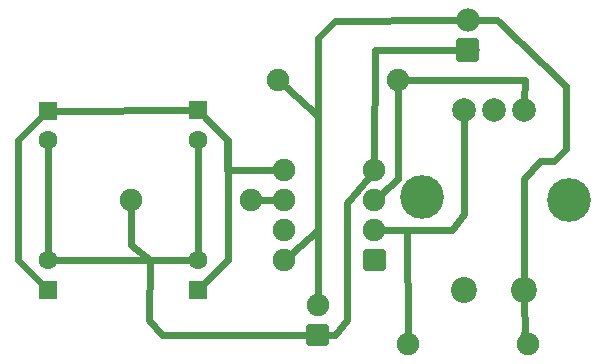
<source format=gbl>
G04 MADE WITH FRITZING*
G04 WWW.FRITZING.ORG*
G04 DOUBLE SIDED*
G04 HOLES PLATED*
G04 CONTOUR ON CENTER OF CONTOUR VECTOR*
%ASAXBY*%
%FSLAX23Y23*%
%MOIN*%
%OFA0B0*%
%SFA1.0B1.0*%
%ADD10C,0.070000*%
%ADD11C,0.086614*%
%ADD12C,0.078740*%
%ADD13C,0.075000*%
%ADD14C,0.145669*%
%ADD15C,0.062992*%
%ADD16C,0.078000*%
%ADD17R,0.062992X0.062992*%
%ADD18C,0.024000*%
%ADD19C,0.020000*%
%ADD20R,0.001000X0.001000*%
%LNCOPPER0*%
G90*
G70*
G54D10*
X1739Y1057D03*
X1639Y1057D03*
X1539Y1057D03*
X1739Y457D03*
X1539Y457D03*
G54D11*
X1739Y457D03*
X1539Y457D03*
G54D12*
X1539Y1057D03*
X1639Y1057D03*
X1739Y1057D03*
G54D13*
X919Y1157D03*
X1319Y1157D03*
X1750Y277D03*
X1350Y277D03*
X829Y757D03*
X429Y757D03*
G54D14*
X1399Y767D03*
X1889Y757D03*
G54D13*
X1050Y307D03*
X1050Y407D03*
G54D15*
X650Y458D03*
X650Y557D03*
X650Y458D03*
X650Y557D03*
X150Y458D03*
X150Y557D03*
X150Y458D03*
X150Y557D03*
X651Y1056D03*
X651Y958D03*
X651Y1056D03*
X651Y958D03*
X150Y1055D03*
X150Y957D03*
X150Y1055D03*
X150Y957D03*
G54D13*
X1239Y557D03*
X939Y557D03*
X1239Y657D03*
X939Y657D03*
X1239Y757D03*
X939Y757D03*
X1239Y857D03*
X939Y857D03*
G54D16*
X1550Y1257D03*
X1550Y1357D03*
G54D17*
X650Y458D03*
X650Y458D03*
X150Y458D03*
X150Y458D03*
X651Y1056D03*
X651Y1056D03*
X150Y1055D03*
X150Y1055D03*
G54D18*
X1109Y307D02*
X1149Y357D01*
D02*
X1149Y357D02*
X1149Y747D01*
D02*
X1149Y747D02*
X1221Y835D01*
D02*
X1078Y307D02*
X1109Y307D01*
D02*
X624Y1056D02*
X176Y1055D01*
D02*
X749Y958D02*
X749Y858D01*
D02*
X749Y858D02*
X910Y857D01*
D02*
X670Y1037D02*
X749Y958D01*
D02*
X1050Y656D02*
X960Y576D01*
D02*
X1050Y1037D02*
X1050Y656D01*
D02*
X940Y1138D02*
X1050Y1037D01*
D02*
X1319Y1007D02*
X1319Y1129D01*
D02*
X1319Y827D02*
X1319Y1007D01*
D02*
X1261Y776D02*
X1319Y827D01*
D02*
X1500Y1158D02*
X1348Y1157D01*
D02*
X1740Y1158D02*
X1500Y1158D01*
D02*
X1739Y1083D02*
X1740Y1158D01*
D02*
X1739Y828D02*
X1739Y483D01*
D02*
X1837Y888D02*
X1790Y888D01*
D02*
X1879Y927D02*
X1837Y888D01*
D02*
X1790Y888D02*
X1739Y828D01*
D02*
X1879Y1138D02*
X1879Y927D01*
D02*
X1648Y1357D02*
X1879Y1138D01*
D02*
X1580Y1357D02*
X1648Y1357D01*
D02*
X1740Y307D02*
X1739Y431D01*
D02*
X1738Y315D02*
X1740Y307D01*
D02*
X1499Y657D02*
X1268Y657D01*
D02*
X1539Y709D02*
X1499Y657D01*
D02*
X1539Y1031D02*
X1539Y709D01*
D02*
X1349Y656D02*
X1350Y306D01*
D02*
X1268Y657D02*
X1349Y656D01*
D02*
X429Y608D02*
X429Y729D01*
D02*
X490Y557D02*
X429Y608D01*
D02*
X623Y557D02*
X490Y557D01*
D02*
X910Y757D02*
X858Y757D01*
D02*
X1050Y656D02*
X1050Y436D01*
D02*
X960Y576D02*
X1050Y656D01*
D02*
X623Y557D02*
X490Y557D01*
D02*
X489Y358D02*
X530Y308D01*
D02*
X490Y557D02*
X489Y358D01*
D02*
X530Y308D02*
X1021Y307D01*
D02*
X51Y958D02*
X51Y558D01*
D02*
X51Y558D02*
X131Y478D01*
D02*
X130Y1036D02*
X51Y958D01*
D02*
X1050Y656D02*
X960Y576D01*
D02*
X1050Y1297D02*
X1050Y656D01*
D02*
X751Y558D02*
X669Y477D01*
D02*
X750Y956D02*
X751Y558D01*
D02*
X670Y1037D02*
X750Y956D01*
D02*
X1239Y886D02*
X1240Y1258D01*
D02*
X651Y931D02*
X650Y584D01*
D02*
X150Y930D02*
X150Y584D01*
D02*
X623Y557D02*
X176Y557D01*
D02*
X1050Y1297D02*
X1106Y1355D01*
D02*
X1106Y1355D02*
X1473Y1358D01*
D02*
X750Y956D02*
X748Y859D01*
D02*
X1519Y1358D02*
X1473Y1358D01*
D02*
X1240Y1258D02*
X1519Y1257D01*
G54D19*
X1022Y334D02*
X1077Y334D01*
X1077Y279D01*
X1022Y279D01*
X1022Y334D01*
D02*
X1211Y530D02*
X1211Y585D01*
X1266Y585D01*
X1266Y530D01*
X1211Y530D01*
D02*
X1521Y1228D02*
X1521Y1286D01*
X1579Y1286D01*
X1579Y1228D01*
X1521Y1228D01*
D02*
G54D20*
X1533Y1092D02*
X1543Y1092D01*
X1633Y1092D02*
X1642Y1092D01*
X1733Y1092D02*
X1742Y1092D01*
X1529Y1091D02*
X1546Y1091D01*
X1629Y1091D02*
X1646Y1091D01*
X1729Y1091D02*
X1746Y1091D01*
X1526Y1090D02*
X1549Y1090D01*
X1626Y1090D02*
X1649Y1090D01*
X1726Y1090D02*
X1749Y1090D01*
X1524Y1089D02*
X1551Y1089D01*
X1624Y1089D02*
X1651Y1089D01*
X1724Y1089D02*
X1751Y1089D01*
X1522Y1088D02*
X1553Y1088D01*
X1622Y1088D02*
X1653Y1088D01*
X1722Y1088D02*
X1753Y1088D01*
X1521Y1087D02*
X1555Y1087D01*
X1620Y1087D02*
X1655Y1087D01*
X1720Y1087D02*
X1755Y1087D01*
X1519Y1086D02*
X1556Y1086D01*
X1619Y1086D02*
X1656Y1086D01*
X1719Y1086D02*
X1756Y1086D01*
X1518Y1085D02*
X1558Y1085D01*
X1618Y1085D02*
X1658Y1085D01*
X1718Y1085D02*
X1758Y1085D01*
X1516Y1084D02*
X1559Y1084D01*
X1616Y1084D02*
X1659Y1084D01*
X1716Y1084D02*
X1759Y1084D01*
X1515Y1083D02*
X1560Y1083D01*
X1615Y1083D02*
X1660Y1083D01*
X1715Y1083D02*
X1760Y1083D01*
X1514Y1082D02*
X1561Y1082D01*
X1614Y1082D02*
X1661Y1082D01*
X1714Y1082D02*
X1761Y1082D01*
X1513Y1081D02*
X1562Y1081D01*
X1613Y1081D02*
X1662Y1081D01*
X1713Y1081D02*
X1762Y1081D01*
X1512Y1080D02*
X1563Y1080D01*
X1612Y1080D02*
X1663Y1080D01*
X1712Y1080D02*
X1763Y1080D01*
X1512Y1079D02*
X1564Y1079D01*
X1611Y1079D02*
X1664Y1079D01*
X1711Y1079D02*
X1764Y1079D01*
X1511Y1078D02*
X1565Y1078D01*
X1611Y1078D02*
X1665Y1078D01*
X1711Y1078D02*
X1765Y1078D01*
X1510Y1077D02*
X1565Y1077D01*
X1610Y1077D02*
X1665Y1077D01*
X1710Y1077D02*
X1765Y1077D01*
X1509Y1076D02*
X1566Y1076D01*
X1609Y1076D02*
X1666Y1076D01*
X1709Y1076D02*
X1766Y1076D01*
X1509Y1075D02*
X1567Y1075D01*
X1609Y1075D02*
X1667Y1075D01*
X1708Y1075D02*
X1767Y1075D01*
X1508Y1074D02*
X1567Y1074D01*
X1608Y1074D02*
X1667Y1074D01*
X1708Y1074D02*
X1767Y1074D01*
X1507Y1073D02*
X1568Y1073D01*
X1607Y1073D02*
X1668Y1073D01*
X1707Y1073D02*
X1768Y1073D01*
X1507Y1072D02*
X1533Y1072D01*
X1543Y1072D02*
X1569Y1072D01*
X1607Y1072D02*
X1632Y1072D01*
X1643Y1072D02*
X1668Y1072D01*
X1707Y1072D02*
X1732Y1072D01*
X1743Y1072D02*
X1768Y1072D01*
X1506Y1071D02*
X1530Y1071D01*
X1546Y1071D02*
X1569Y1071D01*
X1606Y1071D02*
X1629Y1071D01*
X1646Y1071D02*
X1669Y1071D01*
X1706Y1071D02*
X1729Y1071D01*
X1746Y1071D02*
X1769Y1071D01*
X1506Y1070D02*
X1528Y1070D01*
X1548Y1070D02*
X1569Y1070D01*
X1606Y1070D02*
X1628Y1070D01*
X1648Y1070D02*
X1669Y1070D01*
X1706Y1070D02*
X1728Y1070D01*
X1748Y1070D02*
X1769Y1070D01*
X1506Y1069D02*
X1527Y1069D01*
X1549Y1069D02*
X1570Y1069D01*
X1605Y1069D02*
X1626Y1069D01*
X1649Y1069D02*
X1670Y1069D01*
X1705Y1069D02*
X1726Y1069D01*
X1749Y1069D02*
X1770Y1069D01*
X1505Y1068D02*
X1526Y1068D01*
X1550Y1068D02*
X1570Y1068D01*
X1605Y1068D02*
X1625Y1068D01*
X1650Y1068D02*
X1670Y1068D01*
X1705Y1068D02*
X1725Y1068D01*
X1750Y1068D02*
X1770Y1068D01*
X1505Y1067D02*
X1525Y1067D01*
X1551Y1067D02*
X1571Y1067D01*
X1605Y1067D02*
X1625Y1067D01*
X1651Y1067D02*
X1671Y1067D01*
X1705Y1067D02*
X1725Y1067D01*
X1751Y1067D02*
X1771Y1067D01*
X1504Y1066D02*
X1524Y1066D01*
X1551Y1066D02*
X1571Y1066D01*
X1604Y1066D02*
X1624Y1066D01*
X1651Y1066D02*
X1671Y1066D01*
X1704Y1066D02*
X1724Y1066D01*
X1751Y1066D02*
X1771Y1066D01*
X1504Y1065D02*
X1524Y1065D01*
X1552Y1065D02*
X1571Y1065D01*
X1604Y1065D02*
X1624Y1065D01*
X1652Y1065D02*
X1671Y1065D01*
X1704Y1065D02*
X1724Y1065D01*
X1752Y1065D02*
X1771Y1065D01*
X1504Y1064D02*
X1523Y1064D01*
X1552Y1064D02*
X1571Y1064D01*
X1604Y1064D02*
X1623Y1064D01*
X1652Y1064D02*
X1671Y1064D01*
X1704Y1064D02*
X1723Y1064D01*
X1752Y1064D02*
X1771Y1064D01*
X1504Y1063D02*
X1523Y1063D01*
X1552Y1063D02*
X1572Y1063D01*
X1604Y1063D02*
X1623Y1063D01*
X1652Y1063D02*
X1672Y1063D01*
X1704Y1063D02*
X1723Y1063D01*
X1752Y1063D02*
X1772Y1063D01*
X1504Y1062D02*
X1523Y1062D01*
X1553Y1062D02*
X1572Y1062D01*
X1604Y1062D02*
X1623Y1062D01*
X1653Y1062D02*
X1672Y1062D01*
X1703Y1062D02*
X1723Y1062D01*
X1753Y1062D02*
X1772Y1062D01*
X1503Y1061D02*
X1522Y1061D01*
X1553Y1061D02*
X1572Y1061D01*
X1603Y1061D02*
X1622Y1061D01*
X1653Y1061D02*
X1672Y1061D01*
X1703Y1061D02*
X1722Y1061D01*
X1753Y1061D02*
X1772Y1061D01*
X1503Y1060D02*
X1522Y1060D01*
X1553Y1060D02*
X1572Y1060D01*
X1603Y1060D02*
X1622Y1060D01*
X1653Y1060D02*
X1672Y1060D01*
X1703Y1060D02*
X1722Y1060D01*
X1753Y1060D02*
X1772Y1060D01*
X1503Y1059D02*
X1522Y1059D01*
X1553Y1059D02*
X1572Y1059D01*
X1603Y1059D02*
X1622Y1059D01*
X1653Y1059D02*
X1672Y1059D01*
X1703Y1059D02*
X1722Y1059D01*
X1753Y1059D02*
X1772Y1059D01*
X1503Y1058D02*
X1522Y1058D01*
X1553Y1058D02*
X1572Y1058D01*
X1603Y1058D02*
X1622Y1058D01*
X1653Y1058D02*
X1672Y1058D01*
X1703Y1058D02*
X1722Y1058D01*
X1753Y1058D02*
X1772Y1058D01*
X1503Y1057D02*
X1522Y1057D01*
X1553Y1057D02*
X1572Y1057D01*
X1603Y1057D02*
X1622Y1057D01*
X1653Y1057D02*
X1672Y1057D01*
X1703Y1057D02*
X1722Y1057D01*
X1753Y1057D02*
X1772Y1057D01*
X1503Y1056D02*
X1522Y1056D01*
X1553Y1056D02*
X1572Y1056D01*
X1603Y1056D02*
X1622Y1056D01*
X1653Y1056D02*
X1672Y1056D01*
X1703Y1056D02*
X1722Y1056D01*
X1753Y1056D02*
X1772Y1056D01*
X1503Y1055D02*
X1522Y1055D01*
X1553Y1055D02*
X1572Y1055D01*
X1603Y1055D02*
X1622Y1055D01*
X1653Y1055D02*
X1672Y1055D01*
X1703Y1055D02*
X1722Y1055D01*
X1753Y1055D02*
X1772Y1055D01*
X1503Y1054D02*
X1522Y1054D01*
X1553Y1054D02*
X1572Y1054D01*
X1603Y1054D02*
X1622Y1054D01*
X1653Y1054D02*
X1672Y1054D01*
X1703Y1054D02*
X1722Y1054D01*
X1753Y1054D02*
X1772Y1054D01*
X1504Y1053D02*
X1523Y1053D01*
X1553Y1053D02*
X1572Y1053D01*
X1604Y1053D02*
X1623Y1053D01*
X1653Y1053D02*
X1672Y1053D01*
X1703Y1053D02*
X1723Y1053D01*
X1753Y1053D02*
X1772Y1053D01*
X1504Y1052D02*
X1523Y1052D01*
X1552Y1052D02*
X1572Y1052D01*
X1604Y1052D02*
X1623Y1052D01*
X1652Y1052D02*
X1672Y1052D01*
X1704Y1052D02*
X1723Y1052D01*
X1752Y1052D02*
X1772Y1052D01*
X1504Y1051D02*
X1523Y1051D01*
X1552Y1051D02*
X1571Y1051D01*
X1604Y1051D02*
X1623Y1051D01*
X1652Y1051D02*
X1671Y1051D01*
X1704Y1051D02*
X1723Y1051D01*
X1752Y1051D02*
X1771Y1051D01*
X1504Y1050D02*
X1524Y1050D01*
X1552Y1050D02*
X1571Y1050D01*
X1604Y1050D02*
X1624Y1050D01*
X1652Y1050D02*
X1671Y1050D01*
X1704Y1050D02*
X1724Y1050D01*
X1752Y1050D02*
X1771Y1050D01*
X1504Y1049D02*
X1524Y1049D01*
X1551Y1049D02*
X1571Y1049D01*
X1604Y1049D02*
X1624Y1049D01*
X1651Y1049D02*
X1671Y1049D01*
X1704Y1049D02*
X1724Y1049D01*
X1751Y1049D02*
X1771Y1049D01*
X1505Y1048D02*
X1525Y1048D01*
X1551Y1048D02*
X1571Y1048D01*
X1605Y1048D02*
X1625Y1048D01*
X1651Y1048D02*
X1671Y1048D01*
X1705Y1048D02*
X1725Y1048D01*
X1751Y1048D02*
X1771Y1048D01*
X1505Y1047D02*
X1526Y1047D01*
X1550Y1047D02*
X1570Y1047D01*
X1605Y1047D02*
X1625Y1047D01*
X1650Y1047D02*
X1670Y1047D01*
X1705Y1047D02*
X1725Y1047D01*
X1750Y1047D02*
X1770Y1047D01*
X1506Y1046D02*
X1527Y1046D01*
X1549Y1046D02*
X1570Y1046D01*
X1605Y1046D02*
X1626Y1046D01*
X1649Y1046D02*
X1670Y1046D01*
X1705Y1046D02*
X1726Y1046D01*
X1749Y1046D02*
X1770Y1046D01*
X1506Y1045D02*
X1528Y1045D01*
X1548Y1045D02*
X1569Y1045D01*
X1606Y1045D02*
X1628Y1045D01*
X1648Y1045D02*
X1669Y1045D01*
X1706Y1045D02*
X1728Y1045D01*
X1748Y1045D02*
X1769Y1045D01*
X1506Y1044D02*
X1530Y1044D01*
X1546Y1044D02*
X1569Y1044D01*
X1606Y1044D02*
X1630Y1044D01*
X1646Y1044D02*
X1669Y1044D01*
X1706Y1044D02*
X1729Y1044D01*
X1746Y1044D02*
X1769Y1044D01*
X1507Y1043D02*
X1533Y1043D01*
X1543Y1043D02*
X1569Y1043D01*
X1607Y1043D02*
X1633Y1043D01*
X1643Y1043D02*
X1668Y1043D01*
X1707Y1043D02*
X1732Y1043D01*
X1743Y1043D02*
X1768Y1043D01*
X1507Y1042D02*
X1568Y1042D01*
X1607Y1042D02*
X1668Y1042D01*
X1707Y1042D02*
X1768Y1042D01*
X1508Y1041D02*
X1567Y1041D01*
X1608Y1041D02*
X1667Y1041D01*
X1708Y1041D02*
X1767Y1041D01*
X1509Y1040D02*
X1567Y1040D01*
X1609Y1040D02*
X1667Y1040D01*
X1708Y1040D02*
X1767Y1040D01*
X1509Y1039D02*
X1566Y1039D01*
X1609Y1039D02*
X1666Y1039D01*
X1709Y1039D02*
X1766Y1039D01*
X1510Y1038D02*
X1565Y1038D01*
X1610Y1038D02*
X1665Y1038D01*
X1710Y1038D02*
X1765Y1038D01*
X1511Y1037D02*
X1565Y1037D01*
X1611Y1037D02*
X1665Y1037D01*
X1711Y1037D02*
X1765Y1037D01*
X1512Y1036D02*
X1564Y1036D01*
X1611Y1036D02*
X1664Y1036D01*
X1711Y1036D02*
X1764Y1036D01*
X1512Y1035D02*
X1563Y1035D01*
X1612Y1035D02*
X1663Y1035D01*
X1712Y1035D02*
X1763Y1035D01*
X1513Y1034D02*
X1562Y1034D01*
X1613Y1034D02*
X1662Y1034D01*
X1713Y1034D02*
X1762Y1034D01*
X1514Y1033D02*
X1561Y1033D01*
X1614Y1033D02*
X1661Y1033D01*
X1714Y1033D02*
X1761Y1033D01*
X1515Y1032D02*
X1560Y1032D01*
X1615Y1032D02*
X1660Y1032D01*
X1715Y1032D02*
X1760Y1032D01*
X1516Y1031D02*
X1559Y1031D01*
X1616Y1031D02*
X1659Y1031D01*
X1716Y1031D02*
X1759Y1031D01*
X1518Y1030D02*
X1558Y1030D01*
X1618Y1030D02*
X1658Y1030D01*
X1718Y1030D02*
X1758Y1030D01*
X1519Y1029D02*
X1556Y1029D01*
X1619Y1029D02*
X1656Y1029D01*
X1719Y1029D02*
X1756Y1029D01*
X1521Y1028D02*
X1555Y1028D01*
X1620Y1028D02*
X1655Y1028D01*
X1720Y1028D02*
X1755Y1028D01*
X1522Y1027D02*
X1553Y1027D01*
X1622Y1027D02*
X1653Y1027D01*
X1722Y1027D02*
X1753Y1027D01*
X1524Y1026D02*
X1551Y1026D01*
X1624Y1026D02*
X1651Y1026D01*
X1724Y1026D02*
X1751Y1026D01*
X1526Y1025D02*
X1549Y1025D01*
X1626Y1025D02*
X1649Y1025D01*
X1726Y1025D02*
X1749Y1025D01*
X1529Y1024D02*
X1546Y1024D01*
X1629Y1024D02*
X1646Y1024D01*
X1729Y1024D02*
X1746Y1024D01*
X1533Y1023D02*
X1543Y1023D01*
X1633Y1023D02*
X1642Y1023D01*
X1733Y1023D02*
X1742Y1023D01*
X1532Y492D02*
X1544Y492D01*
X1732Y492D02*
X1743Y492D01*
X1528Y491D02*
X1547Y491D01*
X1728Y491D02*
X1747Y491D01*
X1526Y490D02*
X1550Y490D01*
X1726Y490D02*
X1750Y490D01*
X1524Y489D02*
X1552Y489D01*
X1723Y489D02*
X1752Y489D01*
X1522Y488D02*
X1554Y488D01*
X1722Y488D02*
X1754Y488D01*
X1520Y487D02*
X1555Y487D01*
X1720Y487D02*
X1755Y487D01*
X1519Y486D02*
X1557Y486D01*
X1719Y486D02*
X1757Y486D01*
X1517Y485D02*
X1558Y485D01*
X1717Y485D02*
X1758Y485D01*
X1516Y484D02*
X1559Y484D01*
X1716Y484D02*
X1759Y484D01*
X1515Y483D02*
X1560Y483D01*
X1715Y483D02*
X1760Y483D01*
X1514Y482D02*
X1561Y482D01*
X1714Y482D02*
X1761Y482D01*
X1513Y481D02*
X1562Y481D01*
X1713Y481D02*
X1762Y481D01*
X1512Y480D02*
X1563Y480D01*
X1712Y480D02*
X1763Y480D01*
X1511Y479D02*
X1564Y479D01*
X1711Y479D02*
X1764Y479D01*
X1511Y478D02*
X1565Y478D01*
X1710Y478D02*
X1765Y478D01*
X1510Y477D02*
X1566Y477D01*
X1710Y477D02*
X1766Y477D01*
X1509Y476D02*
X1566Y476D01*
X1709Y476D02*
X1766Y476D01*
X1508Y475D02*
X1567Y475D01*
X1708Y475D02*
X1767Y475D01*
X1508Y474D02*
X1568Y474D01*
X1708Y474D02*
X1767Y474D01*
X1507Y473D02*
X1568Y473D01*
X1707Y473D02*
X1768Y473D01*
X1507Y472D02*
X1532Y472D01*
X1544Y472D02*
X1569Y472D01*
X1707Y472D02*
X1732Y472D01*
X1744Y472D02*
X1769Y472D01*
X1506Y471D02*
X1529Y471D01*
X1546Y471D02*
X1569Y471D01*
X1706Y471D02*
X1729Y471D01*
X1746Y471D02*
X1769Y471D01*
X1506Y470D02*
X1527Y470D01*
X1548Y470D02*
X1570Y470D01*
X1706Y470D02*
X1727Y470D01*
X1748Y470D02*
X1769Y470D01*
X1505Y469D02*
X1526Y469D01*
X1549Y469D02*
X1570Y469D01*
X1705Y469D02*
X1726Y469D01*
X1749Y469D02*
X1770Y469D01*
X1505Y468D02*
X1525Y468D01*
X1550Y468D02*
X1570Y468D01*
X1705Y468D02*
X1725Y468D01*
X1750Y468D02*
X1770Y468D01*
X1505Y467D02*
X1525Y467D01*
X1551Y467D02*
X1571Y467D01*
X1705Y467D02*
X1725Y467D01*
X1751Y467D02*
X1771Y467D01*
X1504Y466D02*
X1524Y466D01*
X1551Y466D02*
X1571Y466D01*
X1704Y466D02*
X1724Y466D01*
X1751Y466D02*
X1771Y466D01*
X1504Y465D02*
X1524Y465D01*
X1552Y465D02*
X1571Y465D01*
X1704Y465D02*
X1723Y465D01*
X1752Y465D02*
X1771Y465D01*
X1504Y464D02*
X1523Y464D01*
X1552Y464D02*
X1572Y464D01*
X1704Y464D02*
X1723Y464D01*
X1752Y464D02*
X1771Y464D01*
X1504Y463D02*
X1523Y463D01*
X1553Y463D02*
X1572Y463D01*
X1704Y463D02*
X1723Y463D01*
X1752Y463D02*
X1772Y463D01*
X1504Y462D02*
X1523Y462D01*
X1553Y462D02*
X1572Y462D01*
X1703Y462D02*
X1723Y462D01*
X1753Y462D02*
X1772Y462D01*
X1503Y461D02*
X1522Y461D01*
X1553Y461D02*
X1572Y461D01*
X1703Y461D02*
X1722Y461D01*
X1753Y461D02*
X1772Y461D01*
X1503Y460D02*
X1522Y460D01*
X1553Y460D02*
X1572Y460D01*
X1703Y460D02*
X1722Y460D01*
X1753Y460D02*
X1772Y460D01*
X1503Y459D02*
X1522Y459D01*
X1553Y459D02*
X1572Y459D01*
X1703Y459D02*
X1722Y459D01*
X1753Y459D02*
X1772Y459D01*
X1503Y458D02*
X1522Y458D01*
X1553Y458D02*
X1572Y458D01*
X1703Y458D02*
X1722Y458D01*
X1753Y458D02*
X1772Y458D01*
X1503Y457D02*
X1522Y457D01*
X1553Y457D02*
X1572Y457D01*
X1703Y457D02*
X1722Y457D01*
X1753Y457D02*
X1772Y457D01*
X1503Y456D02*
X1522Y456D01*
X1553Y456D02*
X1572Y456D01*
X1703Y456D02*
X1722Y456D01*
X1753Y456D02*
X1772Y456D01*
X1503Y455D02*
X1522Y455D01*
X1553Y455D02*
X1572Y455D01*
X1703Y455D02*
X1722Y455D01*
X1753Y455D02*
X1772Y455D01*
X1503Y454D02*
X1523Y454D01*
X1553Y454D02*
X1572Y454D01*
X1703Y454D02*
X1722Y454D01*
X1753Y454D02*
X1772Y454D01*
X1504Y453D02*
X1523Y453D01*
X1553Y453D02*
X1572Y453D01*
X1704Y453D02*
X1723Y453D01*
X1753Y453D02*
X1772Y453D01*
X1504Y452D02*
X1523Y452D01*
X1552Y452D02*
X1572Y452D01*
X1704Y452D02*
X1723Y452D01*
X1752Y452D02*
X1772Y452D01*
X1504Y451D02*
X1523Y451D01*
X1552Y451D02*
X1571Y451D01*
X1704Y451D02*
X1723Y451D01*
X1752Y451D02*
X1771Y451D01*
X1504Y450D02*
X1524Y450D01*
X1552Y450D02*
X1571Y450D01*
X1704Y450D02*
X1724Y450D01*
X1752Y450D02*
X1771Y450D01*
X1505Y449D02*
X1524Y449D01*
X1551Y449D02*
X1571Y449D01*
X1704Y449D02*
X1724Y449D01*
X1751Y449D02*
X1771Y449D01*
X1505Y448D02*
X1525Y448D01*
X1551Y448D02*
X1571Y448D01*
X1705Y448D02*
X1725Y448D01*
X1750Y448D02*
X1770Y448D01*
X1505Y447D02*
X1526Y447D01*
X1550Y447D02*
X1570Y447D01*
X1705Y447D02*
X1726Y447D01*
X1750Y447D02*
X1770Y447D01*
X1506Y446D02*
X1527Y446D01*
X1549Y446D02*
X1570Y446D01*
X1706Y446D02*
X1727Y446D01*
X1749Y446D02*
X1770Y446D01*
X1506Y445D02*
X1528Y445D01*
X1547Y445D02*
X1569Y445D01*
X1706Y445D02*
X1728Y445D01*
X1747Y445D02*
X1769Y445D01*
X1506Y444D02*
X1530Y444D01*
X1545Y444D02*
X1569Y444D01*
X1706Y444D02*
X1730Y444D01*
X1745Y444D02*
X1769Y444D01*
X1507Y443D02*
X1534Y443D01*
X1542Y443D02*
X1568Y443D01*
X1707Y443D02*
X1734Y443D01*
X1742Y443D02*
X1768Y443D01*
X1508Y442D02*
X1568Y442D01*
X1707Y442D02*
X1768Y442D01*
X1508Y441D02*
X1567Y441D01*
X1708Y441D02*
X1767Y441D01*
X1509Y440D02*
X1567Y440D01*
X1709Y440D02*
X1767Y440D01*
X1509Y439D02*
X1566Y439D01*
X1709Y439D02*
X1766Y439D01*
X1510Y438D02*
X1565Y438D01*
X1710Y438D02*
X1765Y438D01*
X1511Y437D02*
X1565Y437D01*
X1711Y437D02*
X1764Y437D01*
X1512Y436D02*
X1564Y436D01*
X1712Y436D02*
X1764Y436D01*
X1513Y435D02*
X1563Y435D01*
X1712Y435D02*
X1763Y435D01*
X1513Y434D02*
X1562Y434D01*
X1713Y434D02*
X1762Y434D01*
X1514Y433D02*
X1561Y433D01*
X1714Y433D02*
X1761Y433D01*
X1516Y432D02*
X1560Y432D01*
X1715Y432D02*
X1760Y432D01*
X1517Y431D02*
X1559Y431D01*
X1717Y431D02*
X1759Y431D01*
X1518Y430D02*
X1557Y430D01*
X1718Y430D02*
X1757Y430D01*
X1519Y429D02*
X1556Y429D01*
X1719Y429D02*
X1756Y429D01*
X1521Y428D02*
X1555Y428D01*
X1721Y428D02*
X1754Y428D01*
X1523Y427D02*
X1553Y427D01*
X1722Y427D02*
X1753Y427D01*
X1524Y426D02*
X1551Y426D01*
X1724Y426D02*
X1751Y426D01*
X1527Y425D02*
X1549Y425D01*
X1727Y425D02*
X1749Y425D01*
X1530Y424D02*
X1546Y424D01*
X1730Y424D02*
X1746Y424D01*
X1534Y423D02*
X1541Y423D01*
X1734Y423D02*
X1741Y423D01*
D02*
G04 End of Copper0*
M02*
</source>
